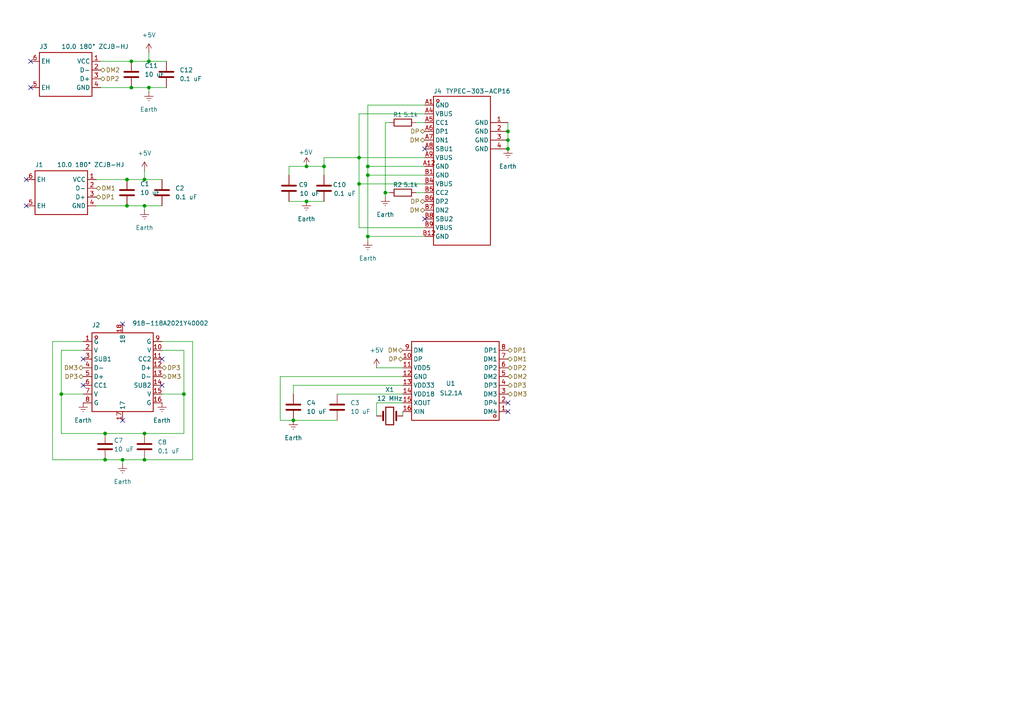
<source format=kicad_sch>
(kicad_sch (version 20250114) (generator "eeschema") (generator_version "9.0")
  (paper "A4")
  (lib_symbols
    (symbol "Device:C" (pin_numbers (hide yes)) (pin_names (offset 0.254))
      (property "Reference" "C" (at 0.635 2.54 0))
      (property "Value" "C" (at 0.635 -2.54 0))
      (symbol "C_0_1"
        (polyline (pts (xy -2.032 0.762) (xy 2.032 0.762)) (stroke (width 0.508)))
        (polyline (pts (xy -2.032 -0.762) (xy 2.032 -0.762)) (stroke (width 0.508)))
      )
      (symbol "C_1_1"
        (pin passive line (at 0 3.81 270) (length 2.794) (name "~") (number "1"))
        (pin passive line (at 0 -3.81 90) (length 2.794) (name "~") (number "2"))
      )
    )
    (symbol "Device:Crystal" (pin_numbers (hide yes)) (pin_names (offset 1.016) (hide yes))
      (property "Reference" "Y" (at 0 3.81 0))
      (property "Value" "Crystal" (at 0 -3.81 0))
      (symbol "Crystal_0_1"
        (polyline (pts (xy -2.54 0) (xy -1.905 0)))
        (polyline (pts (xy -1.905 -1.27) (xy -1.905 1.27)) (stroke (width 0.508)))
        (rectangle (start -1.143 2.54) (end 1.143 -2.54) (stroke (width 0.3048)))
        (polyline (pts (xy 1.905 -1.27) (xy 1.905 1.27)) (stroke (width 0.508)))
        (polyline (pts (xy 2.54 0) (xy 1.905 0)))
      )
      (symbol "Crystal_1_1"
        (pin passive line (at -3.81 0 0) (length 1.27) (name "1") (number "1"))
        (pin passive line (at 3.81 0 180) (length 1.27) (name "2") (number "2"))
      )
    )
    (symbol "Device:R" (pin_numbers (hide yes)) (pin_names (offset 0))
      (property "Reference" "R" (at 2.032 0 90))
      (property "Value" "R" (at 0 0 90))
      (symbol "R_0_1"
        (rectangle (start -1.016 -2.54) (end 1.016 2.54) (stroke (width 0.254)))
      )
      (symbol "R_1_1"
        (pin passive line (at 0 3.81 270) (length 1.27) (name "~") (number "1"))
        (pin passive line (at 0 -3.81 90) (length 1.27) (name "~") (number "2"))
      )
    )
    (symbol "hub-altium-import:root_0_10.0 180° ZCJB-HJ"
      (symbol "root_0_10.0 180° ZCJB-HJ_1_0"
        (rectangle (start -5.08 7.62) (end 10.16 -5.08) (stroke (width 0.254) (color 160 0 0 1)))
        (pin passive line (at -7.62 5.08 0) (length 2.54) (name "EH") (number "6"))
        (pin passive line (at -7.62 -2.54 0) (length 2.54) (name "EH") (number "5"))
        (pin passive line (at 12.7 5.08 180) (length 2.54) (name "VCC") (number "1"))
        (pin passive line (at 12.7 2.54 180) (length 2.54) (name "D-") (number "2"))
        (pin passive line (at 12.7 0 180) (length 2.54) (name "D+") (number "3"))
        (pin passive line (at 12.7 -2.54 180) (length 2.54) (name "GND") (number "4"))
      )
    )
    (symbol "hub-altium-import:root_0_918-118A2021Y40002"
      (symbol "root_0_918-118A2021Y40002_1_0"
        (rectangle (start -8.89 12.7) (end 8.89 -10.16) (stroke (width 0.254) (color 160 0 0 1)))
        (circle (center -7.62 11.43) (radius 0.381) (stroke (width 0.254) (color 160 0 0 1)))
        (pin passive line (at -11.43 10.16 0) (length 2.54) (name "G") (number "1"))
        (pin passive line (at -11.43 7.62 0) (length 2.54) (name "V") (number "2"))
        (pin passive line (at -11.43 5.08 0) (length 2.54) (name "SUB1") (number "3"))
        (pin passive line (at -11.43 2.54 0) (length 2.54) (name "D-") (number "4"))
        (pin passive line (at -11.43 0 0) (length 2.54) (name "D+") (number "5"))
        (pin passive line (at -11.43 -2.54 0) (length 2.54) (name "CC1") (number "6"))
        (pin passive line (at -11.43 -5.08 0) (length 2.54) (name "V") (number "7"))
        (pin passive line (at -11.43 -7.62 0) (length 2.54) (name "G") (number "8"))
        (pin passive line (at 0 15.24 270) (length 2.54) (name "18") (number "18"))
        (pin passive line (at 0 -12.7 90) (length 2.54) (name "17") (number "17"))
        (pin passive line (at 11.43 10.16 180) (length 2.54) (name "G") (number "9"))
        (pin passive line (at 11.43 7.62 180) (length 2.54) (name "V") (number "10"))
        (pin passive line (at 11.43 5.08 180) (length 2.54) (name "CC2") (number "11"))
        (pin passive line (at 11.43 2.54 180) (length 2.54) (name "D+") (number "12"))
        (pin passive line (at 11.43 0 180) (length 2.54) (name "D-") (number "13"))
        (pin passive line (at 11.43 -2.54 180) (length 2.54) (name "SUB2") (number "14"))
        (pin passive line (at 11.43 -5.08 180) (length 2.54) (name "V") (number "15"))
        (pin passive line (at 11.43 -7.62 180) (length 2.54) (name "G") (number "16"))
      )
    )
    (symbol "hub-altium-import:root_0_SL2.1A"
      (symbol "root_0_SL2.1A_1_0"
        (rectangle (start -12.7 11.43) (end 12.7 -11.43) (stroke (width 0.254) (color 160 0 0 1)))
        (circle (center -11.43 10.16) (radius 0.381) (stroke (width 0.254) (color 160 0 0 1)))
        (pin passive line (at -15.24 8.89 0) (length 2.54) (name "DM4") (number "1"))
        (pin passive line (at -15.24 6.35 0) (length 2.54) (name "DP4") (number "2"))
        (pin passive line (at -15.24 3.81 0) (length 2.54) (name "DM3") (number "3"))
        (pin passive line (at -15.24 1.27 0) (length 2.54) (name "DP3") (number "4"))
        (pin passive line (at -15.24 -1.27 0) (length 2.54) (name "DM2") (number "5"))
        (pin passive line (at -15.24 -3.81 0) (length 2.54) (name "DP2") (number "6"))
        (pin passive line (at -15.24 -6.35 0) (length 2.54) (name "DM1") (number "7"))
        (pin passive line (at -15.24 -8.89 0) (length 2.54) (name "DP1") (number "8"))
        (pin passive line (at 15.24 8.89 180) (length 2.54) (name "XIN") (number "16"))
        (pin passive line (at 15.24 6.35 180) (length 2.54) (name "XOUT") (number "15"))
        (pin passive line (at 15.24 3.81 180) (length 2.54) (name "VDD18") (number "14"))
        (pin passive line (at 15.24 1.27 180) (length 2.54) (name "VDD33") (number "13"))
        (pin passive line (at 15.24 -1.27 180) (length 2.54) (name "GND") (number "12"))
        (pin passive line (at 15.24 -3.81 180) (length 2.54) (name "VDD5") (number "11"))
        (pin passive line (at 15.24 -6.35 180) (length 2.54) (name "DP") (number "10"))
        (pin passive line (at 15.24 -8.89 180) (length 2.54) (name "DM") (number "9"))
      )
    )
    (symbol "hub-altium-import:root_0_TYPEC-303-ACP16"
      (symbol "root_0_TYPEC-303-ACP16_1_0"
        (rectangle (start -5.08 21.59) (end 11.43 -21.59) (stroke (width 0.254) (color 160 0 0 1)))
        (circle (center -3.81 20.32) (radius 0.381) (stroke (width 0.254) (color 160 0 0 1)))
        (pin passive line (at -7.62 19.05 0) (length 2.54) (name "GND") (number "A1"))
        (pin passive line (at -7.62 16.51 0) (length 2.54) (name "VBUS") (number "A4"))
        (pin passive line (at -7.62 13.97 0) (length 2.54) (name "CC1") (number "A5"))
        (pin passive line (at -7.62 11.43 0) (length 2.54) (name "DP1") (number "A6"))
        (pin passive line (at -7.62 8.89 0) (length 2.54) (name "DN1") (number "A7"))
        (pin passive line (at -7.62 6.35 0) (length 2.54) (name "SBU1") (number "A8"))
        (pin passive line (at -7.62 3.81 0) (length 2.54) (name "VBUS") (number "A9"))
        (pin passive line (at -7.62 1.27 0) (length 2.54) (name "GND") (number "A12"))
        (pin passive line (at -7.62 -1.27 0) (length 2.54) (name "GND") (number "B1"))
        (pin passive line (at -7.62 -3.81 0) (length 2.54) (name "VBUS") (number "B4"))
        (pin passive line (at -7.62 -6.35 0) (length 2.54) (name "CC2") (number "B5"))
        (pin passive line (at -7.62 -8.89 0) (length 2.54) (name "DP2") (number "B6"))
        (pin passive line (at -7.62 -11.43 0) (length 2.54) (name "DN2") (number "B7"))
        (pin passive line (at -7.62 -13.97 0) (length 2.54) (name "SBU2") (number "B8"))
        (pin passive line (at -7.62 -16.51 0) (length 2.54) (name "VBUS") (number "B9"))
        (pin passive line (at -7.62 -19.05 0) (length 2.54) (name "GND") (number "B12"))
        (pin passive line (at 16.51 13.97 180) (length 5.08) (name "GND") (number "1"))
        (pin passive line (at 16.51 11.43 180) (length 5.08) (name "GND") (number "2"))
        (pin passive line (at 16.51 8.89 180) (length 5.08) (name "GND") (number "3"))
        (pin passive line (at 16.51 6.35 180) (length 5.08) (name "GND") (number "4"))
      )
    )
    (symbol "power:+5V" (power) (pin_numbers (hide yes)) (pin_names (offset 0) (hide yes))
      (property "Value" "+5V" (at 0 3.556 0))
      (symbol "+5V_0_1"
        (polyline (pts (xy -0.762 1.27) (xy 0 2.54)))
        (polyline (pts (xy 0 2.54) (xy 0.762 1.27)))
        (polyline (pts (xy 0 0) (xy 0 2.54)))
      )
      (symbol "+5V_1_1"
        (pin power_in line (at 0 0 90) (length 0) (name "~") (number "1"))
      )
    )
    (symbol "power:Earth" (power) (pin_numbers (hide yes)) (pin_names (offset 0) (hide yes))
      (property "Value" "Earth" (at 0 -3.81 0))
      (symbol "Earth_0_1"
        (polyline (pts (xy -0.635 -1.905) (xy 0.635 -1.905)))
        (polyline (pts (xy -0.127 -2.54) (xy 0.127 -2.54)))
        (polyline (pts (xy 0 -1.27) (xy 0 0)))
        (polyline (pts (xy 1.27 -1.27) (xy -1.27 -1.27)))
      )
      (symbol "Earth_1_1"
        (pin power_in line (at 0 0 270) (length 0) (name "~") (number "1"))
      )
    )
  )
  (junction (at 30.48 125.73))
  (junction (at 88.9 58.42))
  (junction (at 36.83 59.69))
  (junction (at 104.14 53.34))
  (junction (at 38.1 17.78))
  (junction (at 38.1 25.4))
  (junction (at 53.34 114.3))
  (junction (at 85.09 121.92))
  (junction (at 106.68 48.26))
  (junction (at 35.56 133.35))
  (junction (at 111.76 55.88))
  (junction (at 93.98 48.26))
  (junction (at 88.9 48.26))
  (junction (at 147.32 38.1))
  (junction (at 41.91 52.07))
  (junction (at 41.91 125.73))
  (junction (at 147.32 40.64))
  (junction (at 106.68 50.8))
  (junction (at 36.83 52.07))
  (junction (at 41.91 59.69))
  (junction (at 147.32 43.18))
  (junction (at 43.18 25.4))
  (junction (at 43.18 17.78))
  (junction (at 104.14 45.72))
  (junction (at 106.68 68.58))
  (junction (at 41.91 133.35))
  (junction (at 30.48 133.35))
  (junction (at 17.78 114.3))
  (no_connect (at 24.13 111.76))
  (no_connect (at 123.19 63.5))
  (no_connect (at 46.99 111.76))
  (no_connect (at 46.99 104.14))
  (no_connect (at 147.32 116.84))
  (no_connect (at 8.89 25.4))
  (no_connect (at 7.62 59.69))
  (no_connect (at 35.56 93.98))
  (no_connect (at 24.13 104.14))
  (no_connect (at 8.89 17.78))
  (no_connect (at 147.32 119.38))
  (no_connect (at 123.19 43.18))
  (no_connect (at 35.56 121.92))
  (no_connect (at 7.62 52.07))
  (wire (pts (xy 83.82 48.26) (xy 88.9 48.26)))
  (wire (pts (xy 24.13 101.6) (xy 17.78 101.6)))
  (wire (pts (xy 106.68 68.58) (xy 123.19 68.58)))
  (wire (pts (xy 104.14 33.02) (xy 123.19 33.02)))
  (wire (pts (xy 36.83 52.07) (xy 41.91 52.07)))
  (wire (pts (xy 109.22 116.84) (xy 109.22 120.65)))
  (wire (pts (xy 88.9 48.26) (xy 93.98 48.26)))
  (wire (pts (xy 43.18 17.78) (xy 48.26 17.78)))
  (wire (pts (xy 106.68 68.58) (xy 106.68 69.85)))
  (wire (pts (xy 120.65 35.56) (xy 123.19 35.56)))
  (wire (pts (xy 46.99 101.6) (xy 53.34 101.6)))
  (wire (pts (xy 85.09 111.76) (xy 85.09 114.3)))
  (wire (pts (xy 24.13 99.06) (xy 15.24 99.06)))
  (wire (pts (xy 17.78 101.6) (xy 17.78 114.3)))
  (wire (pts (xy 116.84 111.76) (xy 85.09 111.76)))
  (wire (pts (xy 111.76 35.56) (xy 111.76 55.88)))
  (wire (pts (xy 15.24 99.06) (xy 15.24 133.35)))
  (wire (pts (xy 147.32 35.56) (xy 147.32 38.1)))
  (wire (pts (xy 106.68 50.8) (xy 123.19 50.8)))
  (wire (pts (xy 35.56 133.35) (xy 35.56 134.62)))
  (wire (pts (xy 35.56 133.35) (xy 41.91 133.35)))
  (wire (pts (xy 116.84 116.84) (xy 109.22 116.84)))
  (wire (pts (xy 27.94 59.69) (xy 36.83 59.69)))
  (wire (pts (xy 93.98 45.72) (xy 104.14 45.72)))
  (wire (pts (xy 17.78 114.3) (xy 24.13 114.3)))
  (wire (pts (xy 53.34 114.3) (xy 46.99 114.3)))
  (wire (pts (xy 93.98 48.26) (xy 93.98 45.72)))
  (wire (pts (xy 41.91 125.73) (xy 53.34 125.73)))
  (wire (pts (xy 106.68 48.26) (xy 106.68 50.8)))
  (wire (pts (xy 38.1 25.4) (xy 43.18 25.4)))
  (wire (pts (xy 29.21 25.4) (xy 38.1 25.4)))
  (wire (pts (xy 104.14 33.02) (xy 104.14 45.72)))
  (wire (pts (xy 55.88 133.35) (xy 41.91 133.35)))
  (wire (pts (xy 27.94 52.07) (xy 36.83 52.07)))
  (wire (pts (xy 104.14 66.04) (xy 104.14 53.34)))
  (wire (pts (xy 106.68 50.8) (xy 106.68 68.58)))
  (wire (pts (xy 46.99 99.06) (xy 55.88 99.06)))
  (wire (pts (xy 116.84 120.65) (xy 116.84 119.38)))
  (wire (pts (xy 41.91 49.53) (xy 41.91 52.07)))
  (wire (pts (xy 106.68 30.48) (xy 106.68 48.26)))
  (wire (pts (xy 97.79 114.3) (xy 116.84 114.3)))
  (wire (pts (xy 15.24 133.35) (xy 30.48 133.35)))
  (wire (pts (xy 17.78 114.3) (xy 17.78 125.73)))
  (wire (pts (xy 29.21 17.78) (xy 38.1 17.78)))
  (wire (pts (xy 104.14 45.72) (xy 104.14 53.34)))
  (wire (pts (xy 93.98 48.26) (xy 93.98 50.8)))
  (wire (pts (xy 123.19 66.04) (xy 104.14 66.04)))
  (wire (pts (xy 81.28 109.22) (xy 81.28 121.92)))
  (wire (pts (xy 43.18 26.67) (xy 43.18 25.4)))
  (wire (pts (xy 116.84 109.22) (xy 81.28 109.22)))
  (wire (pts (xy 53.34 125.73) (xy 53.34 114.3)))
  (wire (pts (xy 81.28 121.92) (xy 85.09 121.92)))
  (wire (pts (xy 30.48 133.35) (xy 35.56 133.35)))
  (wire (pts (xy 55.88 99.06) (xy 55.88 133.35)))
  (wire (pts (xy 53.34 101.6) (xy 53.34 114.3)))
  (wire (pts (xy 41.91 52.07) (xy 46.99 52.07)))
  (wire (pts (xy 111.76 35.56) (xy 113.03 35.56)))
  (wire (pts (xy 109.22 106.68) (xy 116.84 106.68)))
  (wire (pts (xy 41.91 59.69) (xy 46.99 59.69)))
  (wire (pts (xy 147.32 38.1) (xy 147.32 40.64)))
  (wire (pts (xy 123.19 53.34) (xy 104.14 53.34)))
  (wire (pts (xy 38.1 17.78) (xy 43.18 17.78)))
  (wire (pts (xy 41.91 60.96) (xy 41.91 59.69)))
  (wire (pts (xy 30.48 125.73) (xy 41.91 125.73)))
  (wire (pts (xy 17.78 125.73) (xy 30.48 125.73)))
  (wire (pts (xy 120.65 55.88) (xy 123.19 55.88)))
  (wire (pts (xy 36.83 59.69) (xy 41.91 59.69)))
  (wire (pts (xy 88.9 58.42) (xy 93.98 58.42)))
  (wire (pts (xy 147.32 40.64) (xy 147.32 43.18)))
  (wire (pts (xy 43.18 15.24) (xy 43.18 17.78)))
  (wire (pts (xy 123.19 30.48) (xy 106.68 30.48)))
  (wire (pts (xy 83.82 48.26) (xy 83.82 50.8)))
  (wire (pts (xy 104.14 45.72) (xy 123.19 45.72)))
  (wire (pts (xy 111.76 57.15) (xy 111.76 55.88)))
  (wire (pts (xy 106.68 48.26) (xy 123.19 48.26)))
  (wire (pts (xy 111.76 55.88) (xy 113.03 55.88)))
  (wire (pts (xy 85.09 121.92) (xy 97.79 121.92)))
  (wire (pts (xy 43.18 25.4) (xy 48.26 25.4)))
  (wire (pts (xy 83.82 58.42) (xy 88.9 58.42)))
  (hierarchical_label "DP" (shape bidirectional) (at 116.84 104.14 180))
  (hierarchical_label "DP2" (shape bidirectional) (at 147.32 106.68 0))
  (hierarchical_label "DM3" (shape bidirectional) (at 147.32 114.3 0))
  (hierarchical_label "DM1" (shape bidirectional) (at 27.94 54.61 0))
  (hierarchical_label "DP3" (shape bidirectional) (at 24.13 109.22 180))
  (hierarchical_label "DP" (shape bidirectional) (at 123.19 58.42 180))
  (hierarchical_label "DM" (shape bidirectional) (at 123.19 60.96 180))
  (hierarchical_label "DP" (shape bidirectional) (at 123.19 38.1 180))
  (hierarchical_label "DP3" (shape bidirectional) (at 147.32 111.76 0))
  (hierarchical_label "DP1" (shape bidirectional) (at 27.94 57.15 0))
  (hierarchical_label "DM3" (shape bidirectional) (at 24.13 106.68 180))
  (hierarchical_label "DM1" (shape bidirectional) (at 147.32 104.14 0))
  (hierarchical_label "DP3" (shape bidirectional) (at 46.99 106.68 0))
  (hierarchical_label "DM2" (shape bidirectional) (at 147.32 109.22 0))
  (hierarchical_label "DM3" (shape bidirectional) (at 46.99 109.22 0))
  (hierarchical_label "DM" (shape bidirectional) (at 116.84 101.6 180))
  (hierarchical_label "DM" (shape bidirectional) (at 123.19 40.64 180))
  (hierarchical_label "DM2" (shape bidirectional) (at 29.21 20.32 0))
  (hierarchical_label "DP1" (shape bidirectional) (at 147.32 101.6 0))
  (hierarchical_label "DP2" (shape bidirectional) (at 29.21 22.86 0))
  (symbol (lib_id "power:Earth") (at 24.13 116.84 0) (unit 1)
    (property "Reference" "#PWR03" (effects (hide yes)))
    (property "Value" "Earth" (at 24.13 121.92 0))
    (property "Description" "Power symbol creates a global label with name \"Earth\"" (effects (hide yes)))
  )
  (symbol (lib_id "Device:C") (at 30.48 129.54 0) (unit 1)
    (property "Reference" "C7" (at 33.02 127.762 0) (effects (justify left)))
    (property "Value" "10 uF" (at 33.02 130.302 0) (effects (justify left)))
    (property "Footprint" "Capacitor_SMD:C_0402_1005Metric_Pad0.74x0.62mm_HandSolder" (effects (hide yes)))
    (property "Description" "Unpolarized capacitor" (effects (hide yes)))
  )
  (symbol (lib_id "power:Earth") (at 43.18 26.67 0) (unit 1)
    (property "Reference" "#PWR014" (effects (hide yes)))
    (property "Value" "Earth" (at 43.18 31.75 0))
    (property "Description" "Power symbol creates a global label with name \"Earth\"" (effects (hide yes)))
  )
  (symbol (lib_id "Device:R") (at 116.84 55.88 90) (unit 1)
    (property "Reference" "R2" (at 115.316 53.594 90))
    (property "Value" "5.1k" (at 119.126 53.594 90))
    (property "Footprint" "Resistor_SMD:R_0402_1005Metric_Pad0.72x0.64mm_HandSolder" (effects (hide yes)))
    (property "Description" "Resistor" (effects (hide yes)))
  )
  (symbol (lib_id "power:Earth") (at 106.68 69.85 0) (unit 1)
    (property "Reference" "#PWR09" (effects (hide yes)))
    (property "Value" "Earth" (at 106.68 74.93 0))
    (property "Description" "Power symbol creates a global label with name \"Earth\"" (effects (hide yes)))
  )
  (symbol (lib_id "power:Earth") (at 41.91 60.96 0) (unit 1)
    (property "Reference" "#PWR012" (effects (hide yes)))
    (property "Value" "Earth" (at 41.91 66.04 0))
    (property "Description" "Power symbol creates a global label with name \"Earth\"" (effects (hide yes)))
  )
  (symbol (lib_id "Device:C") (at 41.91 129.54 0) (unit 1)
    (property "Reference" "C8" (at 45.72 128.2699 0) (effects (justify left)))
    (property "Value" "0.1 uF" (at 45.72 130.8099 0) (effects (justify left)))
    (property "Footprint" "Capacitor_SMD:C_0402_1005Metric_Pad0.74x0.62mm_HandSolder" (effects (hide yes)))
    (property "Description" "Unpolarized capacitor" (effects (hide yes)))
  )
  (symbol (lib_id "Device:C") (at 83.82 54.61 0) (unit 1)
    (property "Reference" "C9" (at 86.614 53.594 0) (effects (justify left)))
    (property "Value" "10 uF" (at 86.868 56.134 0) (effects (justify left)))
    (property "Footprint" "Capacitor_SMD:C_0402_1005Metric_Pad0.74x0.62mm_HandSolder" (effects (hide yes)))
    (property "Description" "Unpolarized capacitor" (effects (hide yes)))
  )
  (symbol (lib_id "Device:C") (at 97.79 118.11 0) (unit 1)
    (property "Reference" "C3" (at 101.6 116.8399 0) (effects (justify left)))
    (property "Value" "10 uF" (at 101.6 119.3799 0) (effects (justify left)))
    (property "Footprint" "Capacitor_SMD:C_0402_1005Metric_Pad0.74x0.62mm_HandSolder" (effects (hide yes)))
    (property "Description" "Unpolarized capacitor" (effects (hide yes)))
  )
  (symbol (lib_id "Device:C") (at 85.09 118.11 0) (unit 1)
    (property "Reference" "C4" (at 88.9 116.8399 0) (effects (justify left)))
    (property "Value" "10 uF" (at 88.9 119.3799 0) (effects (justify left)))
    (property "Footprint" "Capacitor_SMD:C_0402_1005Metric_Pad0.74x0.62mm_HandSolder" (effects (hide yes)))
    (property "Description" "Unpolarized capacitor" (effects (hide yes)))
  )
  (symbol (lib_id "Device:C") (at 38.1 21.59 0) (unit 1)
    (property "Reference" "C11" (at 41.91 19.0499 0) (effects (justify left)))
    (property "Value" "10 uF" (at 41.91 21.5899 0) (effects (justify left)))
    (property "Footprint" "Capacitor_SMD:C_0402_1005Metric_Pad0.74x0.62mm_HandSolder" (effects (hide yes)))
    (property "Description" "Unpolarized capacitor" (effects (hide yes)))
  )
  (symbol (lib_id "power:Earth") (at 111.76 57.15 0) (unit 1)
    (property "Reference" "#PWR013" (effects (hide yes)))
    (property "Value" "Earth" (at 111.76 62.23 0))
    (property "Description" "Power symbol creates a global label with name \"Earth\"" (effects (hide yes)))
  )
  (symbol (lib_id "power:+5V") (at 109.22 106.68 0) (unit 1)
    (property "Reference" "#PWR02" (effects (hide yes)))
    (property "Value" "+5V" (at 109.22 101.6 0))
    (property "Description" "Power symbol creates a global label with name \"+5V\"" (effects (hide yes)))
  )
  (symbol (lib_id "power:+5V") (at 88.9 48.26 0) (unit 1)
    (property "Reference" "#PWR07" (effects (hide yes)))
    (property "Value" "+5V" (at 88.646 44.196 0))
    (property "Description" "Power symbol creates a global label with name \"+5V\"" (effects (hide yes)))
  )
  (symbol (lib_id "Device:C") (at 93.98 54.61 0) (unit 1)
    (property "Reference" "C10" (at 96.52 53.594 0) (effects (justify left)))
    (property "Value" "0.1 uF" (at 96.774 56.134 0) (effects (justify left)))
    (property "Footprint" "Capacitor_SMD:C_0402_1005Metric_Pad0.74x0.62mm_HandSolder" (effects (hide yes)))
    (property "Description" "Unpolarized capacitor" (effects (hide yes)))
  )
  (symbol (lib_id "Device:C") (at 36.83 55.88 0) (unit 1)
    (property "Reference" "C1" (at 40.64 53.3399 0) (effects (justify left)))
    (property "Value" "10 uF" (at 40.64 55.8799 0) (effects (justify left)))
    (property "Footprint" "Capacitor_SMD:C_0402_1005Metric_Pad0.74x0.62mm_HandSolder" (effects (hide yes)))
    (property "Description" "Unpolarized capacitor" (effects (hide yes)))
  )
  (symbol (lib_id "hub-altium-import:root_0_TYPEC-303-ACP16") (at 130.81 49.53 0) (unit 1)
    (property "Reference" "J4" (at 125.73 27.178 0) (effects (justify left bottom)))
    (property "Value" "TYPEC-303-ACP16" (at 129.286 27.178 0) (effects (justify left bottom)))
    (property "Footprint" "custom-components:USB-C-SMD_TYPEC-303-ACP16" (effects (hide yes)))
    (property "SYMBOL" "TYPEC-303-ACP16" (effects (hide yes)))
    (property "DEVICE" "TYPEC-303-ACP16" (effects (hide yes)))
    (property "LCSC PART NAME" "Type-C 母 立贴" (effects (hide yes)))
    (property "SUPPLIER PART" "C720628" (effects (hide yes)))
    (property "MANUFACTURER" "XUNPU(讯普)" (effects (hide yes)))
    (property "MANUFACTURER PART" "TYPEC-303-ACP16" (effects (hide yes)))
    (property "SUPPLIER FOOTPRINT" "SMD" (effects (hide yes)))
    (property "JLCPCB PART CLASS" "Extended Part" (effects (hide yes)))
    (property "DATASHEET" "https://atta.szlcsc.com/upload/public/pdf/source/20211130/923863AA03137020414D5B2211B6B11A.pdf" (effects (hide yes)))
    (property "SUPPLIER" "LCSC" (effects (hide yes)))
    (property "ADD INTO BOM" "yes" (effects (hide yes)))
    (property "CONVERT TO PCB" "yes" (effects (hide yes)))
    (property "CONNECTOR TYPE" "Type-C" (effects (hide yes)))
    (property "STANDARD" "USB 3.1" (effects (hide yes)))
    (property "GENDER" "母" (effects (hide yes)))
    (property "NUMBER OF PORTS" "1" (effects (hide yes)))
    (property "NUMBER OF CONTACTS" "16P" (effects (hide yes)))
    (property "MOUNTING STYLE" "立贴" (effects (hide yes)))
    (property "CURRENT RATING - POWER (MAX)" "5A" (effects (hide yes)))
    (property "OPERATING TEMPERATURE RANGE" "-25℃~+85℃" (effects (hide yes)))
    (property "SOLDERING TEMPERATURE(MAX)" "260℃" (effects (hide yes)))
  )
  (symbol (lib_id "Device:R") (at 116.84 35.56 90) (unit 1)
    (property "Reference" "R1" (at 115.316 33.274 90))
    (property "Value" "5.1k" (at 119.126 33.274 90))
    (property "Footprint" "Resistor_SMD:R_0402_1005Metric_Pad0.72x0.64mm_HandSolder" (effects (hide yes)))
    (property "Description" "Resistor" (effects (hide yes)))
  )
  (symbol (lib_id "hub-altium-import:root_0_SL2.1A") (at 132.08 110.49 180) (unit 1)
    (property "Reference" "U1" (at 132.08 110.49 0) (effects (justify left bottom)))
    (property "Value" "SL2.1A" (at 134.112 113.284 0) (effects (justify left bottom)))
    (property "Footprint" "custom-components:SOP-16_L10.0-W3.9-P1.27-LS6.0-BL" (effects (hide yes)))
    (property "SYMBOL" "SL2.1A" (effects (hide yes)))
    (property "DEVICE" "SL2.1A" (effects (hide yes)))
    (property "LCSC PART NAME" "USB2.0高速4端口HUB控制器" (effects (hide yes)))
    (property "SUPPLIER PART" "C192893" (effects (hide yes)))
    (property "MANUFACTURER" "CoreChips(和芯润德)" (effects (hide yes)))
    (property "MANUFACTURER PART" "SL2.1A" (effects (hide yes)))
    (property "SUPPLIER FOOTPRINT" "SOP-16" (effects (hide yes)))
    (property "JLCPCB PART CLASS" "Extended Part" (effects (hide yes)))
    (property "DATASHEET" "https://atta.szlcsc.com/upload/public/pdf/source/20180522/C192893_624110D24898D57AAC785E3DF98EA862.pdf" (effects (hide yes)))
    (property "SUPPLIER" "LCSC" (effects (hide yes)))
    (property "ADD INTO BOM" "yes" (effects (hide yes)))
    (property "CONVERT TO PCB" "yes" (effects (hide yes)))
  )
  (symbol (lib_id "hub-altium-import:root_0_10.0 180° ZCJB-HJ") (at 15.24 57.15 0) (unit 1)
    (property "Reference" "J1" (at 10.16 48.514 0) (effects (justify left bottom)))
    (property "Value" "10.0 180° ZCJB-HJ" (at 16.51 48.514 0) (effects (justify left bottom)))
    (property "Footprint" "custom-components:USB-A-FEMALE" (effects (hide yes)))
    (property "SYMBOL" "10.0 180° ZCJB-HJ" (effects (hide yes)))
    (property "DEVICE" "10.0 180° ZCJB-HJ" (effects (hide yes)))
    (property "LCSC PART NAME" "Type-A 母 直插" (effects (hide yes)))
    (property "SUPPLIER PART" "C2681562" (effects (hide yes)))
    (property "MANUFACTURER" "SHOU HAN(首韩)" (effects (hide yes)))
    (property "MANUFACTURER PART" "10.0 180° ZCJB-HJ" (effects (hide yes)))
    (property "SUPPLIER FOOTPRINT" "插件" (effects (hide yes)))
    (property "JLCPCB PART CLASS" "Extended Part" (effects (hide yes)))
    (property "DATASHEET" "https://atta.szlcsc.com/upload/public/pdf/source/20210122/C2681562_F87A6740E9F2C84060948B1B5DBCB2C0.pdf" (effects (hide yes)))
    (property "SUPPLIER" "LCSC" (effects (hide yes)))
    (property "ADD INTO BOM" "yes" (effects (hide yes)))
    (property "CONVERT TO PCB" "yes" (effects (hide yes)))
    (property "CONNECTOR TYPE" "Type-A" (effects (hide yes)))
    (property "STANDARD" "USB 2.0" (effects (hide yes)))
    (property "GENDER" "母" (effects (hide yes)))
    (property "MOUNTING STYLE" "直插" (effects (hide yes)))
    (property "NUMBER OF CONTACTS" "4P" (effects (hide yes)))
    (property "NUMBER OF PORTS" "1" (effects (hide yes)))
    (property "CURRENT RATING - POWER (MAX)" "1.5A" (effects (hide yes)))
    (property "RATED VOLTAGE (MAX)" "30V" (effects (hide yes)))
    (property "CONNECT-DISCONNECT LIFE" "5千次" (effects (hide yes)))
    (property "SUPPLEMENTARY FEATURES" "-" (effects (hide yes)))
    (property "CENTER HEIGHT" "-" (effects (hide yes)))
    (property "LENGTH" "10mm" (effects (hide yes)))
    (property "CORE COLOUR" "黑色" (effects (hide yes)))
    (property "OPERATING TEMPERATURE RANGE" "-25℃~+85℃" (effects (hide yes)))
  )
  (symbol (lib_id "power:Earth") (at 35.56 134.62 0) (unit 1)
    (property "Reference" "#PWR06" (effects (hide yes)))
    (property "Value" "Earth" (at 35.56 139.7 0))
    (property "Description" "Power symbol creates a global label with name \"Earth\"" (effects (hide yes)))
  )
  (symbol (lib_id "power:+5V") (at 41.91 49.53 0) (unit 1)
    (property "Reference" "#PWR01" (effects (hide yes)))
    (property "Value" "+5V" (at 41.91 44.45 0))
    (property "Description" "Power symbol creates a global label with name \"+5V\"" (effects (hide yes)))
  )
  (symbol (lib_id "power:Earth") (at 88.9 58.42 0) (unit 1)
    (property "Reference" "#PWR08" (effects (hide yes)))
    (property "Value" "Earth" (at 88.9 63.5 0))
    (property "Description" "Power symbol creates a global label with name \"Earth\"" (effects (hide yes)))
  )
  (symbol (lib_id "Device:C") (at 48.26 21.59 0) (unit 1)
    (property "Reference" "C12" (at 52.07 20.3199 0) (effects (justify left)))
    (property "Value" "0.1 uF" (at 52.07 22.8599 0) (effects (justify left)))
    (property "Footprint" "Capacitor_SMD:C_0402_1005Metric_Pad0.74x0.62mm_HandSolder" (effects (hide yes)))
    (property "Description" "Unpolarized capacitor" (effects (hide yes)))
  )
  (symbol (lib_id "power:Earth") (at 147.32 43.18 0) (unit 1)
    (property "Reference" "#PWR018" (effects (hide yes)))
    (property "Value" "Earth" (at 147.32 48.26 0))
    (property "Description" "Power symbol creates a global label with name \"Earth\"" (effects (hide yes)))
  )
  (symbol (lib_id "hub-altium-import:root_0_918-118A2021Y40002") (at 35.56 109.22 0) (unit 1)
    (property "Reference" "J2" (at 26.67 94.996 0) (effects (justify left bottom)))
    (property "Value" "918-118A2021Y40002" (at 38.354 94.488 0) (effects (justify left bottom)))
    (property "Footprint" "custom-components:TYPE-C-SMD-MALE" (effects (hide yes)))
    (property "SYMBOL" "918-118A2021Y40002" (effects (hide yes)))
    (property "DEVICE" "918-118A2021Y40002" (effects (hide yes)))
    (property "LCSC PART NAME" "Type-C 公 立贴" (effects (hide yes)))
    (property "SUPPLIER PART" "C399939" (effects (hide yes)))
    (property "MANUFACTURER" "精拓金" (effects (hide yes)))
    (property "MANUFACTURER PART" "918-118A2021Y40002" (effects (hide yes)))
    (property "SUPPLIER FOOTPRINT" "SMD" (effects (hide yes)))
    (property "JLCPCB PART CLASS" "Extended Part" (effects (hide yes)))
    (property "DATASHEET" "https://atta.szlcsc.com/upload/public/pdf/source/20230504/B126D31BD540D122A8150C41D071C7E6.pdf" (effects (hide yes)))
    (property "SUPPLIER" "LCSC" (effects (hide yes)))
    (property "ADD INTO BOM" "yes" (effects (hide yes)))
    (property "CONVERT TO PCB" "yes" (effects (hide yes)))
    (property "CONNECTOR TYPE" "Type-C" (effects (hide yes)))
    (property "STANDARD" "USB 2.0" (effects (hide yes)))
    (property "GENDER" "公" (effects (hide yes)))
    (property "MOUNTING STYLE" "立贴" (effects (hide yes)))
    (property "NUMBER OF CONTACTS" "16P" (effects (hide yes)))
    (property "NUMBER OF PORTS" "1" (effects (hide yes)))
    (property "CURRENT RATING - POWER (MAX)" "-" (effects (hide yes)))
    (property "CONTACT MATERIAL" "-" (effects (hide yes)))
    (property "CONTACT PLATING" "-" (effects (hide yes)))
    (property "OPERATING TEMPERATURE RANGE" "-" (effects (hide yes)))
    (property "SOLDERING TEMPERATURE(MAX)" "-" (effects (hide yes)))
    (property "RATED VOLTAGE (MAX)" "-" (effects (hide yes)))
    (property "CENTER HEIGHT" "-" (effects (hide yes)))
    (property "LENGTH" "-" (effects (hide yes)))
    (property "SUPPLEMENTARY FEATURES" "-" (effects (hide yes)))
    (property "CONNECT-DISCONNECT LIFE" "-" (effects (hide yes)))
    (property "CORE COLOUR" "-" (effects (hide yes)))
  )
  (symbol (lib_id "Device:Crystal") (at 113.03 120.65 180) (unit 1)
    (property "Reference" "X1" (at 113.03 113.03 0))
    (property "Value" "12 MHz" (at 113.03 115.57 0))
    (property "Footprint" "Crystal:Crystal_SMD_HC49-SD" (effects (hide yes)))
    (property "Description" "Two pin crystal" (effects (hide yes)))
  )
  (symbol (lib_id "hub-altium-import:root_0_10.0 180° ZCJB-HJ") (at 16.51 22.86 0) (unit 1)
    (property "Reference" "J3" (at 11.43 14.224 0) (effects (justify left bottom)))
    (property "Value" "10.0 180° ZCJB-HJ" (at 17.78 14.224 0) (effects (justify left bottom)))
    (property "Footprint" "custom-components:USB-A-FEMALE" (effects (hide yes)))
    (property "SYMBOL" "10.0 180° ZCJB-HJ" (effects (hide yes)))
    (property "DEVICE" "10.0 180° ZCJB-HJ" (effects (hide yes)))
    (property "LCSC PART NAME" "Type-A 母 直插" (effects (hide yes)))
    (property "SUPPLIER PART" "C2681562" (effects (hide yes)))
    (property "MANUFACTURER" "SHOU HAN(首韩)" (effects (hide yes)))
    (property "MANUFACTURER PART" "10.0 180° ZCJB-HJ" (effects (hide yes)))
    (property "SUPPLIER FOOTPRINT" "插件" (effects (hide yes)))
    (property "JLCPCB PART CLASS" "Extended Part" (effects (hide yes)))
    (property "DATASHEET" "https://atta.szlcsc.com/upload/public/pdf/source/20210122/C2681562_F87A6740E9F2C84060948B1B5DBCB2C0.pdf" (effects (hide yes)))
    (property "SUPPLIER" "LCSC" (effects (hide yes)))
    (property "ADD INTO BOM" "yes" (effects (hide yes)))
    (property "CONVERT TO PCB" "yes" (effects (hide yes)))
    (property "CONNECTOR TYPE" "Type-A" (effects (hide yes)))
    (property "STANDARD" "USB 2.0" (effects (hide yes)))
    (property "GENDER" "母" (effects (hide yes)))
    (property "MOUNTING STYLE" "直插" (effects (hide yes)))
    (property "NUMBER OF CONTACTS" "4P" (effects (hide yes)))
    (property "NUMBER OF PORTS" "1" (effects (hide yes)))
    (property "CURRENT RATING - POWER (MAX)" "1.5A" (effects (hide yes)))
    (property "RATED VOLTAGE (MAX)" "30V" (effects (hide yes)))
    (property "CONNECT-DISCONNECT LIFE" "5千次" (effects (hide yes)))
    (property "SUPPLEMENTARY FEATURES" "-" (effects (hide yes)))
    (property "CENTER HEIGHT" "-" (effects (hide yes)))
    (property "LENGTH" "10mm" (effects (hide yes)))
    (property "CORE COLOUR" "黑色" (effects (hide yes)))
    (property "OPERATING TEMPERATURE RANGE" "-25℃~+85℃" (effects (hide yes)))
  )
  (symbol (lib_id "power:Earth") (at 85.09 121.92 0) (unit 1)
    (property "Reference" "#PWR04" (effects (hide yes)))
    (property "Value" "Earth" (at 85.09 127 0))
    (property "Description" "Power symbol creates a global label with name \"Earth\"" (effects (hide yes)))
  )
  (symbol (lib_id "Device:C") (at 46.99 55.88 0) (unit 1)
    (property "Reference" "C2" (at 50.8 54.6099 0) (effects (justify left)))
    (property "Value" "0.1 uF" (at 50.8 57.1499 0) (effects (justify left)))
    (property "Footprint" "Capacitor_SMD:C_0402_1005Metric_Pad0.74x0.62mm_HandSolder" (effects (hide yes)))
    (property "Description" "Unpolarized capacitor" (effects (hide yes)))
  )
  (symbol (lib_id "power:Earth") (at 46.99 116.84 0) (unit 1)
    (property "Reference" "#PWR016" (effects (hide yes)))
    (property "Value" "Earth" (at 46.99 121.92 0))
    (property "Description" "Power symbol creates a global label with name \"Earth\"" (effects (hide yes)))
  )
  (symbol (lib_id "power:+5V") (at 43.18 15.24 0) (unit 1)
    (property "Reference" "#PWR010" (effects (hide yes)))
    (property "Value" "+5V" (at 43.18 10.16 0))
    (property "Description" "Power symbol creates a global label with name \"+5V\"" (effects (hide yes)))
  )
)
</source>
